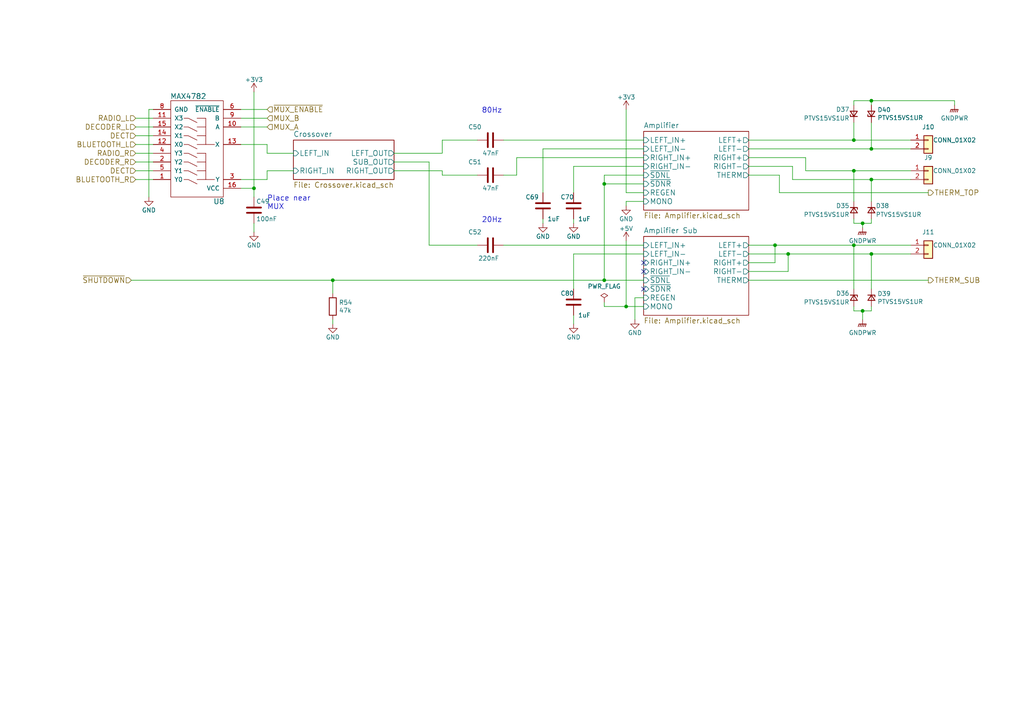
<source format=kicad_sch>
(kicad_sch (version 20211123) (generator eeschema)
  (paper "A4")
  (lib_symbols
    (symbol "Connector_Generic:Conn_01x02" (pin_names (offset 1.016) hide)
      (property "Reference" "J" (at 0 2.54 0))
      (property "Value" "Conn_01x02" (at 0 -5.08 0))
      (symbol "Conn_01x02_1_1"
        (rectangle (start -1.27 -2.413) (end 0 -2.667) (stroke (width 0.1524)))
        (rectangle (start -1.27 0.127) (end 0 -0.127) (stroke (width 0.1524)))
        (rectangle (start -1.27 1.27) (end 1.27 -3.81) (stroke (width 0.254)) (fill (type background)))
        (pin passive line (at -5.08 0 0) (length 3.81) (name "Pin_1") (number "1"))
        (pin passive line (at -5.08 -2.54 0) (length 3.81) (name "Pin_2") (number "2"))
      )
    )
    (symbol "Device:C" (pin_numbers hide) (pin_names (offset 0.254))
      (property "Reference" "C" (at 0.635 2.54 0))
      (property "Value" "C" (at 0.635 -2.54 0))
      (symbol "C_0_1"
        (polyline (pts (xy -2.032 -0.762) (xy 2.032 -0.762)) (stroke (width 0.508)))
        (polyline (pts (xy -2.032 0.762) (xy 2.032 0.762)) (stroke (width 0.508)))
      )
      (symbol "C_1_1"
        (pin passive line (at 0 3.81 270) (length 2.794) (name "~") (number "1"))
        (pin passive line (at 0 -3.81 90) (length 2.794) (name "~") (number "2"))
      )
    )
    (symbol "Device:D_Zener_Small" (pin_numbers hide) (pin_names (offset 0.254) hide)
      (property "Reference" "D" (at 0 2.286 0))
      (property "Value" "D_Zener_Small" (at 0 -2.286 0))
      (symbol "D_Zener_Small_0_1"
        (polyline (pts (xy 0.762 0) (xy -0.762 0)))
        (polyline (pts (xy -0.254 1.016) (xy -0.762 1.016) (xy -0.762 -1.016)) (stroke (width 0.254)))
        (polyline (pts (xy 0.762 1.016) (xy -0.762 0) (xy 0.762 -1.016) (xy 0.762 1.016)) (stroke (width 0.254)))
      )
      (symbol "D_Zener_Small_1_1"
        (pin passive line (at -2.54 0 0) (length 1.778) (name "K") (number "1"))
        (pin passive line (at 2.54 0 180) (length 1.778) (name "A") (number "2"))
      )
    )
    (symbol "Device:R" (pin_numbers hide) (pin_names (offset 0))
      (property "Reference" "R" (at 2.032 0 90))
      (property "Value" "R" (at 0 0 90))
      (symbol "R_0_1"
        (rectangle (start -1.016 -2.54) (end 1.016 2.54) (stroke (width 0.254)))
      )
      (symbol "R_1_1"
        (pin passive line (at 0 3.81 270) (length 1.27) (name "~") (number "1"))
        (pin passive line (at 0 -3.81 90) (length 1.27) (name "~") (number "2"))
      )
    )
    (symbol "Mainboard-rescue:+3.3V-power" (power) (pin_names (offset 0))
      (property "Value" "+3.3V-power" (at 0 3.556 0))
      (symbol "+3.3V-power_0_1"
        (polyline (pts (xy -0.762 1.27) (xy 0 2.54)))
        (polyline (pts (xy 0 0) (xy 0 2.54)))
        (polyline (pts (xy 0 2.54) (xy 0.762 1.27)))
      )
      (symbol "+3.3V-power_1_1"
        (pin power_in line (at 0 0 90) (length 0) hide (name "+3V3") (number "1"))
      )
    )
    (symbol "Mainboard-rescue:+5V-power" (power) (pin_names (offset 0))
      (property "Value" "+5V-power" (at 0 3.556 0))
      (symbol "+5V-power_0_1"
        (polyline (pts (xy -0.762 1.27) (xy 0 2.54)))
        (polyline (pts (xy 0 0) (xy 0 2.54)))
        (polyline (pts (xy 0 2.54) (xy 0.762 1.27)))
      )
      (symbol "+5V-power_1_1"
        (pin power_in line (at 0 0 90) (length 0) hide (name "+5V") (number "1"))
      )
    )
    (symbol "Mainboard-rescue:GND-power" (power) (pin_names (offset 0))
      (property "Value" "GND-power" (at 0 -3.81 0))
      (symbol "GND-power_0_1"
        (polyline (pts (xy 0 0) (xy 0 -1.27) (xy 1.27 -1.27) (xy 0 -2.54) (xy -1.27 -1.27) (xy 0 -1.27)))
      )
      (symbol "GND-power_1_1"
        (pin power_in line (at 0 0 270) (length 0) hide (name "GND") (number "1"))
      )
    )
    (symbol "Mainboard-rescue:GNDPWR-power" (power) (pin_names (offset 0))
      (property "Value" "GNDPWR-power" (at 0 -3.302 0))
      (symbol "GNDPWR-power_0_1"
        (polyline (pts (xy 0 -1.27) (xy 0 0)))
        (polyline (pts (xy -1.016 -1.27) (xy -1.27 -2.032) (xy -1.27 -2.032)) (stroke (width 0.2032)))
        (polyline (pts (xy -0.508 -1.27) (xy -0.762 -2.032) (xy -0.762 -2.032)) (stroke (width 0.2032)))
        (polyline (pts (xy 0 -1.27) (xy -0.254 -2.032) (xy -0.254 -2.032)) (stroke (width 0.2032)))
        (polyline (pts (xy 0.508 -1.27) (xy 0.254 -2.032) (xy 0.254 -2.032)) (stroke (width 0.2032)))
        (polyline (pts (xy 1.016 -1.27) (xy -1.016 -1.27) (xy -1.016 -1.27)) (stroke (width 0.2032)))
        (polyline (pts (xy 1.016 -1.27) (xy 0.762 -2.032) (xy 0.762 -2.032) (xy 0.762 -2.032)) (stroke (width 0.2032)))
      )
      (symbol "GNDPWR-power_1_1"
        (pin power_in line (at 0 0 270) (length 0) hide (name "GNDPWR") (number "1"))
      )
    )
    (symbol "Mainboard-rescue:PWR_FLAG-power" (power) (pin_numbers hide) (pin_names (offset 0) hide)
      (property "Value" "PWR_FLAG-power" (at 0 3.81 0))
      (symbol "PWR_FLAG-power_0_0"
        (pin power_out line (at 0 0 90) (length 0) (name "pwr") (number "1"))
      )
      (symbol "PWR_FLAG-power_0_1"
        (polyline (pts (xy 0 0) (xy 0 1.27) (xy -1.016 1.905) (xy 0 2.54) (xy 1.016 1.905) (xy 0 1.27)))
      )
    )
    (symbol "Mainboard:MAX4782" (pin_names (offset 1.016))
      (property "Reference" "U" (at 6.35 3.81 0))
      (property "Value" "MAX4782" (at 15.24 -26.67 0))
      (symbol "MAX4782_0_1"
        (polyline (pts (xy 7.62 -12.7) (xy 12.7 -12.7)))
        (polyline (pts (xy 10.16 -17.78) (xy 12.7 -17.78)))
        (polyline (pts (xy 10.16 -15.24) (xy 12.7 -15.24)))
        (polyline (pts (xy 10.16 -10.16) (xy 12.7 -10.16)))
        (polyline (pts (xy 10.16 -7.62) (xy 12.7 -7.62)))
        (polyline (pts (xy 10.16 -5.08) (xy 12.7 -5.08)))
        (polyline (pts (xy 10.16 -2.54) (xy 12.7 -2.54)))
        (polyline (pts (xy 7.62 -2.54) (xy 10.16 -2.54) (xy 10.16 -10.16)))
        (polyline (pts (xy 10.16 -12.7) (xy 10.16 -20.32) (xy 12.7 -20.32)))
        (polyline (pts (xy 12.7 -19.05) (xy 15.24 -20.32) (xy 16.51 -20.32)))
        (polyline (pts (xy 12.7 -16.51) (xy 15.24 -17.78) (xy 16.51 -17.78)))
        (polyline (pts (xy 12.7 -13.97) (xy 15.24 -15.24) (xy 16.51 -15.24)))
        (polyline (pts (xy 12.7 -11.43) (xy 15.24 -12.7) (xy 16.51 -12.7)))
        (polyline (pts (xy 12.7 -8.89) (xy 15.24 -10.16) (xy 16.51 -10.16)))
        (polyline (pts (xy 12.7 -6.35) (xy 15.24 -7.62) (xy 16.51 -7.62)))
        (polyline (pts (xy 12.7 -3.81) (xy 15.24 -5.08) (xy 16.51 -5.08)))
        (polyline (pts (xy 12.7 -1.27) (xy 15.24 -2.54) (xy 16.51 -2.54)))
        (rectangle (start 5.08 2.54) (end 20.32 -25.4))
      )
      (symbol "MAX4782_1_1"
        (pin passive line (at 25.4 -2.54 180) (length 5.08) (name "Y0") (number "1"))
        (pin input line (at 0 -17.78 0) (length 5.08) (name "A") (number "10"))
        (pin passive line (at 25.4 -20.32 180) (length 5.08) (name "X3") (number "11"))
        (pin passive line (at 25.4 -12.7 180) (length 5.08) (name "X0") (number "12"))
        (pin passive line (at 0 -12.7 0) (length 5.08) (name "X") (number "13"))
        (pin passive line (at 25.4 -15.24 180) (length 5.08) (name "X1") (number "14"))
        (pin passive line (at 25.4 -17.78 180) (length 5.08) (name "X2") (number "15"))
        (pin power_in line (at 0 0 0) (length 5.08) (name "VCC") (number "16"))
        (pin passive line (at 25.4 -7.62 180) (length 5.08) (name "Y2") (number "2"))
        (pin passive line (at 0 -2.54 0) (length 5.08) (name "Y") (number "3"))
        (pin passive line (at 25.4 -10.16 180) (length 5.08) (name "Y3") (number "4"))
        (pin passive line (at 25.4 -5.08 180) (length 5.08) (name "Y1") (number "5"))
        (pin input line (at 0 -22.86 0) (length 5.08) (name "~{ENABLE}") (number "6"))
        (pin no_connect line (at 0 -5.08 0) (length 5.08) hide (name "NC") (number "7"))
        (pin power_in line (at 25.4 -22.86 180) (length 5.08) (name "GND") (number "8"))
        (pin input line (at 0 -20.32 0) (length 5.08) (name "B") (number "9"))
      )
    )
  )
  (junction (at 247.65 49.53))
  (junction (at 250.19 90.17))
  (junction (at 181.61 88.9))
  (junction (at 252.73 29.21))
  (junction (at 247.65 40.64))
  (junction (at 247.65 71.12))
  (junction (at 175.26 81.28))
  (junction (at 252.73 43.18))
  (junction (at 96.52 81.28))
  (junction (at 250.19 64.77))
  (junction (at 228.6 73.66))
  (junction (at 175.26 53.34))
  (junction (at 252.73 52.07))
  (junction (at 73.66 54.61))
  (junction (at 224.79 71.12))
  (junction (at 252.73 73.66))
  (no_connect (at 186.69 83.82))
  (no_connect (at 186.69 76.2))
  (no_connect (at 186.69 78.74))
  (wire (pts (xy 252.73 43.18) (xy 252.73 35.56)))
  (wire (pts (xy 186.69 58.42) (xy 181.61 58.42)))
  (wire (pts (xy 229.87 48.26) (xy 229.87 52.07)))
  (wire (pts (xy 184.15 86.36) (xy 184.15 92.71)))
  (wire (pts (xy 224.79 76.2) (xy 224.79 71.12)))
  (wire (pts (xy 229.87 52.07) (xy 252.73 52.07)))
  (wire (pts (xy 166.37 73.66) (xy 186.69 73.66)))
  (wire (pts (xy 69.85 41.91) (xy 77.47 41.91)))
  (wire (pts (xy 252.73 90.17) (xy 252.73 88.9)))
  (wire (pts (xy 157.48 63.5) (xy 157.48 64.77)))
  (wire (pts (xy 252.73 29.21) (xy 252.73 30.48)))
  (wire (pts (xy 69.85 34.29) (xy 77.47 34.29)))
  (wire (pts (xy 247.65 63.5) (xy 247.65 64.77)))
  (wire (pts (xy 128.27 40.64) (xy 138.43 40.64)))
  (wire (pts (xy 166.37 83.82) (xy 166.37 73.66)))
  (wire (pts (xy 149.86 45.72) (xy 186.69 45.72)))
  (wire (pts (xy 217.17 40.64) (xy 247.65 40.64)))
  (wire (pts (xy 96.52 81.28) (xy 96.52 85.09)))
  (wire (pts (xy 181.61 69.85) (xy 181.61 88.9)))
  (wire (pts (xy 73.66 54.61) (xy 69.85 54.61)))
  (wire (pts (xy 181.61 58.42) (xy 181.61 59.69)))
  (wire (pts (xy 217.17 50.8) (xy 226.06 50.8)))
  (wire (pts (xy 181.61 55.88) (xy 186.69 55.88)))
  (wire (pts (xy 252.73 58.42) (xy 252.73 52.07)))
  (wire (pts (xy 39.37 46.99) (xy 44.45 46.99)))
  (wire (pts (xy 247.65 30.48) (xy 247.65 29.21)))
  (wire (pts (xy 252.73 73.66) (xy 264.16 73.66)))
  (wire (pts (xy 175.26 50.8) (xy 175.26 53.34)))
  (wire (pts (xy 226.06 55.88) (xy 269.24 55.88)))
  (wire (pts (xy 250.19 90.17) (xy 250.19 92.71)))
  (wire (pts (xy 77.47 41.91) (xy 77.47 44.45)))
  (wire (pts (xy 128.27 50.8) (xy 138.43 50.8)))
  (wire (pts (xy 247.65 40.64) (xy 247.65 35.56)))
  (wire (pts (xy 250.19 90.17) (xy 252.73 90.17)))
  (wire (pts (xy 233.68 45.72) (xy 233.68 49.53)))
  (wire (pts (xy 252.73 83.82) (xy 252.73 73.66)))
  (wire (pts (xy 128.27 44.45) (xy 128.27 40.64)))
  (wire (pts (xy 224.79 71.12) (xy 247.65 71.12)))
  (wire (pts (xy 96.52 81.28) (xy 175.26 81.28)))
  (wire (pts (xy 247.65 90.17) (xy 250.19 90.17)))
  (wire (pts (xy 73.66 54.61) (xy 73.66 57.15)))
  (wire (pts (xy 186.69 53.34) (xy 175.26 53.34)))
  (wire (pts (xy 250.19 64.77) (xy 250.19 66.04)))
  (wire (pts (xy 77.47 49.53) (xy 85.09 49.53)))
  (wire (pts (xy 39.37 34.29) (xy 44.45 34.29)))
  (wire (pts (xy 228.6 78.74) (xy 228.6 73.66)))
  (wire (pts (xy 233.68 49.53) (xy 247.65 49.53)))
  (wire (pts (xy 69.85 52.07) (xy 77.47 52.07)))
  (wire (pts (xy 217.17 48.26) (xy 229.87 48.26)))
  (wire (pts (xy 69.85 31.75) (xy 77.47 31.75)))
  (wire (pts (xy 124.46 71.12) (xy 138.43 71.12)))
  (wire (pts (xy 175.26 53.34) (xy 175.26 81.28)))
  (wire (pts (xy 247.65 29.21) (xy 252.73 29.21)))
  (wire (pts (xy 114.3 49.53) (xy 128.27 49.53)))
  (wire (pts (xy 276.86 29.21) (xy 276.86 30.48)))
  (wire (pts (xy 228.6 73.66) (xy 252.73 73.66)))
  (wire (pts (xy 247.65 58.42) (xy 247.65 49.53)))
  (wire (pts (xy 217.17 45.72) (xy 233.68 45.72)))
  (wire (pts (xy 96.52 92.71) (xy 96.52 93.98)))
  (wire (pts (xy 186.69 86.36) (xy 184.15 86.36)))
  (wire (pts (xy 247.65 83.82) (xy 247.65 71.12)))
  (wire (pts (xy 181.61 31.75) (xy 181.61 55.88)))
  (wire (pts (xy 114.3 46.99) (xy 124.46 46.99)))
  (wire (pts (xy 157.48 55.88) (xy 157.48 43.18)))
  (wire (pts (xy 247.65 88.9) (xy 247.65 90.17)))
  (wire (pts (xy 217.17 71.12) (xy 224.79 71.12)))
  (wire (pts (xy 166.37 48.26) (xy 186.69 48.26)))
  (wire (pts (xy 252.73 43.18) (xy 264.16 43.18)))
  (wire (pts (xy 39.37 41.91) (xy 44.45 41.91)))
  (wire (pts (xy 39.37 44.45) (xy 44.45 44.45)))
  (wire (pts (xy 186.69 50.8) (xy 175.26 50.8)))
  (wire (pts (xy 175.26 81.28) (xy 186.69 81.28)))
  (wire (pts (xy 149.86 50.8) (xy 149.86 45.72)))
  (wire (pts (xy 166.37 91.44) (xy 166.37 93.98)))
  (wire (pts (xy 43.18 31.75) (xy 44.45 31.75)))
  (wire (pts (xy 39.37 36.83) (xy 44.45 36.83)))
  (wire (pts (xy 217.17 78.74) (xy 228.6 78.74)))
  (wire (pts (xy 166.37 55.88) (xy 166.37 48.26)))
  (wire (pts (xy 247.65 49.53) (xy 264.16 49.53)))
  (wire (pts (xy 217.17 81.28) (xy 269.24 81.28)))
  (wire (pts (xy 252.73 64.77) (xy 252.73 63.5)))
  (wire (pts (xy 43.18 31.75) (xy 43.18 57.15)))
  (wire (pts (xy 73.66 26.67) (xy 73.66 54.61)))
  (wire (pts (xy 39.37 49.53) (xy 44.45 49.53)))
  (wire (pts (xy 146.05 50.8) (xy 149.86 50.8)))
  (wire (pts (xy 114.3 44.45) (xy 128.27 44.45)))
  (wire (pts (xy 181.61 88.9) (xy 186.69 88.9)))
  (wire (pts (xy 124.46 46.99) (xy 124.46 71.12)))
  (wire (pts (xy 217.17 76.2) (xy 224.79 76.2)))
  (wire (pts (xy 226.06 50.8) (xy 226.06 55.88)))
  (wire (pts (xy 252.73 52.07) (xy 264.16 52.07)))
  (wire (pts (xy 250.19 64.77) (xy 252.73 64.77)))
  (wire (pts (xy 146.05 40.64) (xy 186.69 40.64)))
  (wire (pts (xy 77.47 44.45) (xy 85.09 44.45)))
  (wire (pts (xy 166.37 63.5) (xy 166.37 64.77)))
  (wire (pts (xy 247.65 71.12) (xy 264.16 71.12)))
  (wire (pts (xy 175.26 87.63) (xy 175.26 88.9)))
  (wire (pts (xy 157.48 43.18) (xy 186.69 43.18)))
  (wire (pts (xy 247.65 40.64) (xy 264.16 40.64)))
  (wire (pts (xy 39.37 52.07) (xy 44.45 52.07)))
  (wire (pts (xy 69.85 36.83) (xy 77.47 36.83)))
  (wire (pts (xy 247.65 64.77) (xy 250.19 64.77)))
  (wire (pts (xy 73.66 64.77) (xy 73.66 67.31)))
  (wire (pts (xy 38.1 81.28) (xy 96.52 81.28)))
  (wire (pts (xy 146.05 71.12) (xy 186.69 71.12)))
  (wire (pts (xy 217.17 43.18) (xy 252.73 43.18)))
  (wire (pts (xy 175.26 88.9) (xy 181.61 88.9)))
  (wire (pts (xy 217.17 73.66) (xy 228.6 73.66)))
  (wire (pts (xy 77.47 52.07) (xy 77.47 49.53)))
  (wire (pts (xy 252.73 29.21) (xy 276.86 29.21)))
  (wire (pts (xy 128.27 49.53) (xy 128.27 50.8)))
  (wire (pts (xy 39.37 39.37) (xy 44.45 39.37)))
  (text "80Hz" (at 139.7 33.02 0) (effects (font (size 1.524 1.524)) (justify left bottom)))
  (text "Place near\nMUX" (at 77.47 60.96 0) (effects (font (size 1.524 1.524)) (justify left bottom)))
  (text "20Hz" (at 139.7 64.77 0) (effects (font (size 1.524 1.524)) (justify left bottom)))
  (hierarchical_label "THERM_TOP" (shape output) (at 269.24 55.88 0) (effects (font (size 1.524 1.524))))
  (hierarchical_label "BLUETOOTH_R" (shape input) (at 39.37 52.07 180) (effects (font (size 1.524 1.524))))
  (hierarchical_label "MUX_A" (shape input) (at 77.47 36.83 0) (effects (font (size 1.524 1.524))))
  (hierarchical_label "~{SHUTDOWN}" (shape input) (at 38.1 81.28 180) (effects (font (size 1.524 1.524))))
  (hierarchical_label "BLUETOOTH_L" (shape input) (at 39.37 41.91 180) (effects (font (size 1.524 1.524))))
  (hierarchical_label "MUX_B" (shape input) (at 77.47 34.29 0) (effects (font (size 1.524 1.524))))
  (hierarchical_label "DECODER_R" (shape input) (at 39.37 46.99 180) (effects (font (size 1.524 1.524))))
  (hierarchical_label "RADIO_L" (shape input) (at 39.37 34.29 180) (effects (font (size 1.524 1.524))))
  (hierarchical_label "DECT" (shape input) (at 39.37 49.53 180) (effects (font (size 1.524 1.524))))
  (hierarchical_label "RADIO_R" (shape input) (at 39.37 44.45 180) (effects (font (size 1.524 1.524))))
  (hierarchical_label "DECODER_L" (shape input) (at 39.37 36.83 180) (effects (font (size 1.524 1.524))))
  (hierarchical_label "~{MUX_ENABLE}" (shape input) (at 77.47 31.75 0) (effects (font (size 1.524 1.524))))
  (hierarchical_label "THERM_SUB" (shape output) (at 269.24 81.28 0) (effects (font (size 1.524 1.524))))
  (hierarchical_label "DECT" (shape input) (at 39.37 39.37 180) (effects (font (size 1.524 1.524))))
  (symbol (lib_id "Mainboard:MAX4782") (at 69.85 54.61 180) (unit 1)
    (property "Reference" "U8" (at 63.5 58.42 0) (effects (font (size 1.524 1.524))))
    (property "Value" "MAX4782" (at 54.61 27.94 0) (effects (font (size 1.524 1.524))))
    (property "Footprint" "Housings_SSOP:TSSOP-16_4.4x5mm_Pitch0.65mm" (effects hide))
    (property "Manufacturer" "Maxim" (effects hide))
    (property "Type" "MAX4782EUE+" (effects hide))
    (property "Source" "Farnell" (effects hide))
    (property "Order Number" "2513727" (effects hide))
  )
  (symbol (lib_id "Mainboard-rescue:+3.3V-power") (at 73.66 26.67 0) (unit 1)
    (property "Reference" "#PWR080" (effects hide))
    (property "Value" "+3.3V" (at 73.66 23.114 0))
  )
  (symbol (lib_id "Mainboard-rescue:GND-power") (at 43.18 57.15 0) (unit 1)
    (property "Reference" "#PWR081" (effects hide))
    (property "Value" "GND" (at 43.18 60.96 0))
  )
  (symbol (lib_id "Device:C") (at 73.66 60.96 0) (unit 1)
    (property "Reference" "C49" (at 74.295 58.42 0) (effects (justify left)))
    (property "Value" "100nF" (at 74.295 63.5 0) (effects (justify left)))
    (property "Footprint" "Capacitors_SMD:C_0603_HandSoldering" (effects hide))
  )
  (symbol (lib_id "Mainboard-rescue:GND-power") (at 73.66 67.31 0) (unit 1)
    (property "Reference" "#PWR082" (effects hide))
    (property "Value" "GND" (at 73.66 71.12 0))
  )
  (symbol (lib_id "Mainboard-rescue:GND-power") (at 181.61 59.69 0) (unit 1)
    (property "Reference" "#PWR083" (effects hide))
    (property "Value" "GND" (at 181.61 63.5 0))
  )
  (symbol (lib_id "Mainboard-rescue:+5V-power") (at 181.61 69.85 0) (unit 1)
    (property "Reference" "#PWR084" (effects hide))
    (property "Value" "+5V" (at 181.61 66.294 0))
  )
  (symbol (lib_id "Connector_Generic:Conn_01x02") (at 269.24 40.64 0) (unit 1)
    (property "Reference" "J10" (at 269.24 36.83 0))
    (property "Value" "CONN_01X02" (at 276.86 40.64 0))
    (property "Footprint" "Connect:PINHEAD1-2" (effects hide))
    (property "Manufacturer" "Value" (effects hide))
    (property "Type" "Value" (effects hide))
    (property "Source" "Farnell" (effects hide))
    (property "Order Number" "Value" (effects hide))
  )
  (symbol (lib_id "Connector_Generic:Conn_01x02") (at 269.24 49.53 0) (unit 1)
    (property "Reference" "J9" (at 269.24 45.72 0))
    (property "Value" "CONN_01X02" (at 276.86 49.53 0))
    (property "Footprint" "Connect:PINHEAD1-2" (effects hide))
    (property "Manufacturer" "Value" (effects hide))
    (property "Type" "Value" (effects hide))
    (property "Source" "Farnell" (effects hide))
    (property "Order Number" "Value" (effects hide))
  )
  (symbol (lib_id "Connector_Generic:Conn_01x02") (at 269.24 71.12 0) (unit 1)
    (property "Reference" "J11" (at 269.24 67.31 0))
    (property "Value" "CONN_01X02" (at 276.86 71.12 0))
    (property "Footprint" "Connect:PINHEAD1-2" (effects hide))
    (property "Manufacturer" "Value" (effects hide))
    (property "Type" "Value" (effects hide))
    (property "Source" "Farnell" (effects hide))
    (property "Order Number" "Value" (effects hide))
  )
  (symbol (lib_id "Device:C") (at 142.24 40.64 90) (unit 1)
    (property "Reference" "C50" (at 139.7 36.83 90) (effects (justify left)))
    (property "Value" "47nF" (at 144.78 44.45 90) (effects (justify left)))
    (property "Footprint" "Capacitors_SMD:C_0603_HandSoldering" (effects hide))
    (property "Manufacturer" "Value" (effects hide))
    (property "Type" "Value" (effects hide))
    (property "Source" "Farnell" (effects hide))
    (property "Order Number" "Value" (effects hide))
  )
  (symbol (lib_id "Device:C") (at 142.24 50.8 90) (unit 1)
    (property "Reference" "C51" (at 139.7 46.99 90) (effects (justify left)))
    (property "Value" "47nF" (at 144.78 54.61 90) (effects (justify left)))
    (property "Footprint" "Capacitors_SMD:C_0603_HandSoldering" (effects hide))
    (property "Manufacturer" "Value" (effects hide))
    (property "Type" "Value" (effects hide))
    (property "Source" "Farnell" (effects hide))
    (property "Order Number" "Value" (effects hide))
  )
  (symbol (lib_id "Device:C") (at 142.24 71.12 90) (unit 1)
    (property "Reference" "C52" (at 139.7 67.31 90) (effects (justify left)))
    (property "Value" "220nF" (at 144.78 74.93 90) (effects (justify left)))
    (property "Footprint" "Capacitors_SMD:C_0603_HandSoldering" (effects hide))
    (property "Manufacturer" "Value" (effects hide))
    (property "Type" "Value" (effects hide))
    (property "Source" "Farnell" (effects hide))
    (property "Order Number" "Value" (effects hide))
  )
  (symbol (lib_id "Mainboard-rescue:GND-power") (at 184.15 92.71 0) (unit 1)
    (property "Reference" "#PWR085" (effects hide))
    (property "Value" "GND" (at 184.15 96.52 0))
  )
  (symbol (lib_id "Mainboard-rescue:+3.3V-power") (at 181.61 31.75 0) (unit 1)
    (property "Reference" "#PWR086" (effects hide))
    (property "Value" "+3.3V" (at 181.61 28.194 0))
    (property "Manufacturer" "Value" (effects hide))
    (property "Type" "Value" (effects hide))
    (property "Source" "Farnell" (effects hide))
    (property "Order Number" "Value" (effects hide))
  )
  (symbol (lib_id "Device:R") (at 96.52 88.9 0) (unit 1)
    (property "Reference" "R54" (at 98.298 87.7316 0) (effects (justify left)))
    (property "Value" "47k" (at 98.298 90.043 0) (effects (justify left)))
    (property "Footprint" "Resistors_SMD:R_0603_HandSoldering" (effects hide))
    (property "Manufacturer" "Value" (effects hide))
    (property "Type" "Value" (effects hide))
    (property "Source" "Farnell" (effects hide))
    (property "Order Number" "Value" (effects hide))
  )
  (symbol (lib_id "Mainboard-rescue:PWR_FLAG-power") (at 175.26 87.63 0) (unit 1)
    (property "Reference" "#FLG087" (effects hide))
    (property "Value" "PWR_FLAG" (at 175.26 83.058 0))
  )
  (symbol (lib_id "Mainboard-rescue:GNDPWR-power") (at 250.19 92.71 0) (unit 1)
    (property "Reference" "#PWR088" (effects hide))
    (property "Value" "GNDPWR" (at 250.19 96.52 0))
  )
  (symbol (lib_id "Mainboard-rescue:GNDPWR-power") (at 250.19 66.04 0) (unit 1)
    (property "Reference" "#PWR089" (effects hide))
    (property "Value" "GNDPWR" (at 250.19 69.85 0))
  )
  (symbol (lib_id "Mainboard-rescue:GNDPWR-power") (at 276.86 30.48 0) (unit 1)
    (property "Reference" "#PWR090" (effects hide))
    (property "Value" "GNDPWR" (at 276.86 34.29 0))
  )
  (symbol (lib_id "Device:D_Zener_Small") (at 252.73 33.02 90) (unit 1)
    (property "Reference" "D40" (at 254.4826 31.8516 90) (effects (justify right)))
    (property "Value" "PTVS15VS1UR" (at 254.4826 34.163 90) (effects (justify right)))
    (property "Footprint" "Diodes_SMD:SOD-123" (effects hide))
    (property "Manufacturer" "NXP" (effects hide))
    (property "Type" "PTVS15VS1UR" (effects hide))
    (property "Source" "Farnell" (effects hide))
    (property "Order Number" "1829240" (effects hide))
  )
  (symbol (lib_id "Device:D_Zener_Small") (at 247.65 33.02 90) (unit 1)
    (property "Reference" "D37" (at 246.38 31.75 90) (effects (justify left)))
    (property "Value" "PTVS15VS1UR" (at 246.38 34.29 90) (effects (justify left)))
    (property "Footprint" "Diodes_SMD:SOD-123" (effects hide))
    (property "Manufacturer" "NXP" (effects hide))
    (property "Type" "PTVS15VS1UR" (effects hide))
    (property "Source" "Farnell" (effects hide))
    (property "Order Number" "1829240" (effects hide))
  )
  (symbol (lib_id "Device:D_Zener_Small") (at 247.65 60.96 270) (unit 1)
    (property "Reference" "D35" (at 246.38 59.69 90) (effects (justify right)))
    (property "Value" "PTVS15VS1UR" (at 246.38 62.23 90) (effects (justify right)))
    (property "Footprint" "Diodes_SMD:SOD-123" (effects hide))
    (property "Manufacturer" "NXP" (effects hide))
    (property "Type" "PTVS15VS1UR" (effects hide))
    (property "Source" "Farnell" (effects hide))
    (property "Order Number" "1829240" (effects hide))
  )
  (symbol (lib_id "Device:D_Zener_Small") (at 252.73 60.96 270) (unit 1)
    (property "Reference" "D38" (at 254 59.69 90) (effects (justify left)))
    (property "Value" "PTVS15VS1UR" (at 254 62.23 90) (effects (justify left)))
    (property "Footprint" "Diodes_SMD:SOD-123" (effects hide))
    (property "Manufacturer" "NXP" (effects hide))
    (property "Type" "PTVS15VS1UR" (effects hide))
    (property "Source" "Farnell" (effects hide))
    (property "Order Number" "1829240" (effects hide))
  )
  (symbol (lib_id "Device:D_Zener_Small") (at 252.73 86.36 270) (unit 1)
    (property "Reference" "D39" (at 254.4826 85.1916 90) (effects (justify left)))
    (property "Value" "PTVS15VS1UR" (at 254.4826 87.503 90) (effects (justify left)))
    (property "Footprint" "Diodes_SMD:SOD-123" (effects hide))
    (property "Manufacturer" "NXP" (effects hide))
    (property "Type" "PTVS15VS1UR" (effects hide))
    (property "Source" "Farnell" (effects hide))
    (property "Order Number" "1829240" (effects hide))
  )
  (symbol (lib_id "Device:D_Zener_Small") (at 247.65 86.36 270) (unit 1)
    (property "Reference" "D36" (at 246.38 85.09 90) (effects (justify right)))
    (property "Value" "PTVS15VS1UR" (at 246.38 87.63 90) (effects (justify right)))
    (property "Footprint" "Diodes_SMD:SOD-123" (effects hide))
    (property "Manufacturer" "NXP" (effects hide))
    (property "Type" "PTVS15VS1UR" (effects hide))
    (property "Source" "Farnell" (effects hide))
    (property "Order Number" "1829240" (effects hide))
  )
  (symbol (lib_id "Mainboard-rescue:GND-power") (at 96.52 93.98 0) (unit 1)
    (property "Reference" "#PWR091" (effects hide))
    (property "Value" "GND" (at 96.52 97.79 0))
  )
  (symbol (lib_id "Device:C") (at 157.48 59.69 0) (unit 1)
    (property "Reference" "C69" (at 152.4 57.15 0) (effects (justify left)))
    (property "Value" "1uF" (at 158.75 63.5 0) (effects (justify left)))
    (property "Footprint" "Capacitors_SMD:C_0603_HandSoldering" (effects hide))
    (property "Manufacturer" "Value" (effects hide))
    (property "Type" "Value" (effects hide))
    (property "Source" "Farnell" (effects hide))
    (property "Order Number" "Value" (effects hide))
  )
  (symbol (lib_id "Device:C") (at 166.37 59.69 0) (unit 1)
    (property "Reference" "C70" (at 162.56 57.15 0) (effects (justify left)))
    (property "Value" "1uF" (at 167.64 63.5 0) (effects (justify left)))
    (property "Footprint" "Capacitors_SMD:C_0603_HandSoldering" (effects hide))
    (property "Manufacturer" "Value" (effects hide))
    (property "Type" "Value" (effects hide))
    (property "Source" "Farnell" (effects hide))
    (property "Order Number" "Value" (effects hide))
  )
  (symbol (lib_id "Mainboard-rescue:GND-power") (at 157.48 64.77 0) (unit 1)
    (property "Reference" "#PWR092" (effects hide))
    (property "Value" "GND" (at 157.48 68.58 0))
  )
  (symbol (lib_id "Mainboard-rescue:GND-power") (at 166.37 64.77 0) (unit 1)
    (property "Reference" "#PWR093" (effects hide))
    (property "Value" "GND" (at 166.37 68.58 0))
  )
  (symbol (lib_id "Device:C") (at 166.37 87.63 0) (unit 1)
    (property "Reference" "C80" (at 162.56 85.09 0) (effects (justify left)))
    (property "Value" "1uF" (at 167.64 91.44 0) (effects (justify left)))
    (property "Footprint" "Capacitors_SMD:C_0603_HandSoldering" (effects hide))
    (property "Manufacturer" "Value" (effects hide))
    (property "Type" "Value" (effects hide))
    (property "Source" "Farnell" (effects hide))
    (property "Order Number" "Value" (effects hide))
  )
  (symbol (lib_id "Mainboard-rescue:GND-power") (at 166.37 93.98 0) (unit 1)
    (property "Reference" "#PWR094" (effects hide))
    (property "Value" "GND" (at 166.37 97.79 0))
  )
  (sheet (at 85.09 40.64) (size 29.21 11.43)
    (property "Sheet name" "Crossover" (at 85.09 39.8014 0) (effects (font (size 1.524 1.524)) (justify left bottom)))
    (property "Sheet file" "Crossover.kicad_sch" (at 85.09 52.7562 0) (effects (font (size 1.524 1.524)) (justify left top)))
    (pin "LEFT_IN" input (at 85.09 44.45 180) (effects (font (size 1.524 1.524))))
    (pin "RIGHT_IN" input (at 85.09 49.53 180) (effects (font (size 1.524 1.524))))
    (pin "LEFT_OUT" output (at 114.3 44.45 0) (effects (font (size 1.524 1.524))))
    (pin "SUB_OUT" output (at 114.3 46.99 0) (effects (font (size 1.524 1.524))))
    (pin "RIGHT_OUT" output (at 114.3 49.53 0) (effects (font (size 1.524 1.524))))
  )
  (sheet (at 186.69 38.1) (size 30.48 22.86)
    (property "Sheet name" "Amplifier" (at 186.69 37.2614 0) (effects (font (size 1.524 1.524)) (justify left bottom)))
    (property "Sheet file" "Amplifier.kicad_sch" (at 186.69 61.6462 0) (effects (font (size 1.524 1.524)) (justify left top)))
    (pin "~{SDNL}" input (at 186.69 50.8 180) (effects (font (size 1.524 1.524))))
    (pin "LEFT_IN+" input (at 186.69 40.64 180) (effects (font (size 1.524 1.524))))
    (pin "RIGHT_IN+" input (at 186.69 45.72 180) (effects (font (size 1.524 1.524))))
    (pin "MONO" input (at 186.69 58.42 180) (effects (font (size 1.524 1.524))))
    (pin "THERM" output (at 217.17 50.8 0) (effects (font (size 1.524 1.524))))
    (pin "RIGHT+" output (at 217.17 45.72 0) (effects (font (size 1.524 1.524))))
    (pin "LEFT+" output (at 217.17 40.64 0) (effects (font (size 1.524 1.524))))
    (pin "LEFT-" output (at 217.17 43.18 0) (effects (font (size 1.524 1.524))))
    (pin "RIGHT-" output (at 217.17 48.26 0) (effects (font (size 1.524 1.524))))
    (pin "REGEN" input (at 186.69 55.88 180) (effects (font (size 1.524 1.524))))
    (pin "LEFT_IN-" input (at 186.69 43.18 180) (effects (font (size 1.524 1.524))))
    (pin "RIGHT_IN-" input (at 186.69 48.26 180) (effects (font (size 1.524 1.524))))
    (pin "~{SDNR}" input (at 186.69 53.34 180) (effects (font (size 1.524 1.524))))
  )
  (sheet (at 186.69 68.58) (size 30.48 22.86)
    (property "Sheet name" "Amplifier Sub" (at 186.69 67.7414 0) (effects (font (size 1.524 1.524)) (justify left bottom)))
    (property "Sheet file" "Amplifier.kicad_sch" (at 186.69 92.1262 0) (effects (font (size 1.524 1.524)) (justify left top)))
    (pin "~{SDNL}" input (at 186.69 81.28 180) (effects (font (size 1.524 1.524))))
    (pin "LEFT_IN+" input (at 186.69 71.12 180) (effects (font (size 1.524 1.524))))
    (pin "RIGHT_IN+" input (at 186.69 76.2 180) (effects (font (size 1.524 1.524))))
    (pin "MONO" input (at 186.69 88.9 180) (effects (font (size 1.524 1.524))))
    (pin "THERM" output (at 217.17 81.28 0) (effects (font (size 1.524 1.524))))
    (pin "RIGHT+" output (at 217.17 76.2 0) (effects (font (size 1.524 1.524))))
    (pin "LEFT+" output (at 217.17 71.12 0) (effects (font (size 1.524 1.524))))
    (pin "LEFT-" output (at 217.17 73.66 0) (effects (font (size 1.524 1.524))))
    (pin "RIGHT-" output (at 217.17 78.74 0) (effects (font (size 1.524 1.524))))
    (pin "REGEN" input (at 186.69 86.36 180) (effects (font (size 1.524 1.524))))
    (pin "LEFT_IN-" input (at 186.69 73.66 180) (effects (font (size 1.524 1.524))))
    (pin "RIGHT_IN-" input (at 186.69 78.74 180) (effects (font (size 1.524 1.524))))
    (pin "~{SDNR}" input (at 186.69 83.82 180) (effects (font (size 1.524 1.524))))
  )
)
</source>
